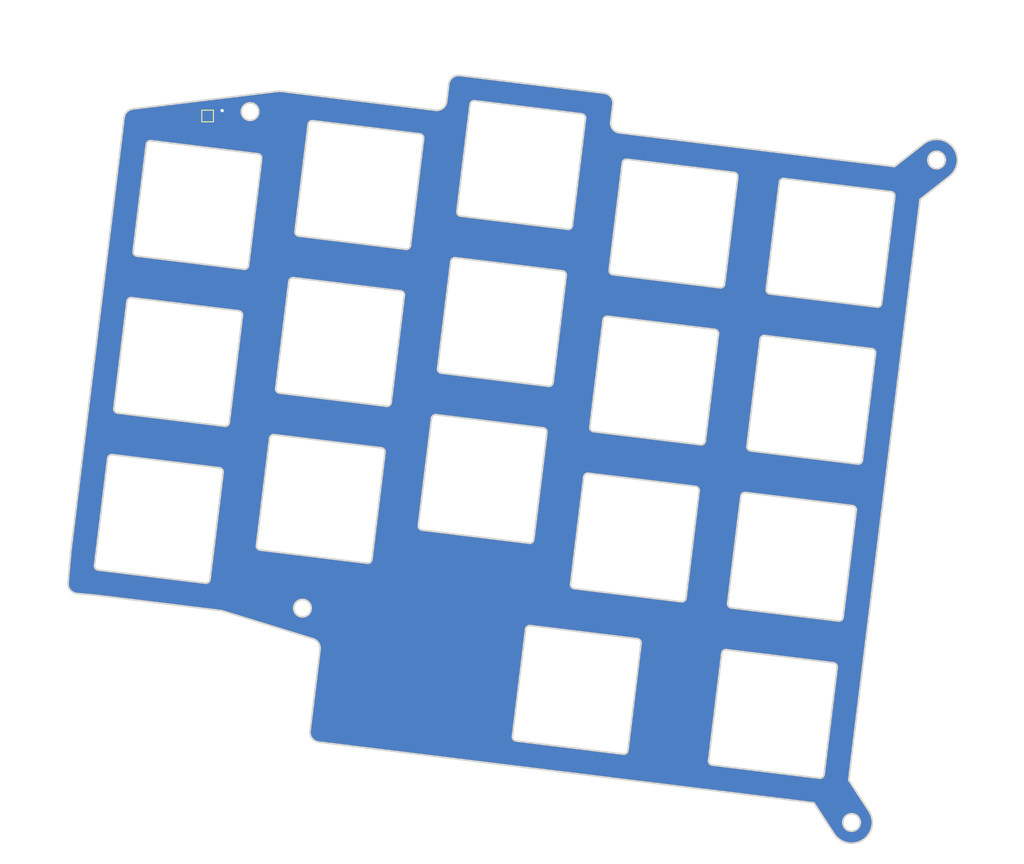
<source format=kicad_pcb>
(kicad_pcb (version 20221018) (generator pcbnew)
  (layers (0 "F.Cu" signal) (31 "B.Cu" signal) (34 "B.Paste" user) (35 "F.Paste" user) (36 "B.SilkS" user "B.Silkscreen") (37 "F.SilkS" user "F.Silkscreen") (38 "B.Mask" user) (39 "F.Mask" user) (44 "Edge.Cuts" user))
  (net 0 "")
  (net 1 "GND")
  (footprint "TestPoint:TestPoint_Pad_1.0x1.0mm" (layer "F.Cu") (at 107.5 55.37 180)
    (fp_text reference "J1" hide)
    (fp_text value "Conn_01x01_Female")
    (fp_line (start -0.7 -0.7) (end 0.7 -0.7) (stroke (width 0.12)) (layer "F.SilkS"))
    (fp_line (start -0.7 0.7) (end -0.7 -0.7) (stroke (width 0.12)) (layer "F.SilkS"))
    (fp_line (start 0.7 -0.7) (end 0.7 0.7) (stroke (width 0.12)) (layer "F.SilkS"))
    (fp_line (start 0.7 0.7) (end -0.7 0.7) (stroke (width 0.12)) (layer "F.SilkS"))
    (pad "1" smd rect (at 0 0 180) (size 1 1) (layers "F.Cu" "F.Mask") (net 1 "GND"))
  )
  (gr_arc (start 136.275865 53.63571) (mid 135.823604 54.435079) (end 134.938567 54.680522) (stroke (width 0.2)) (layer "Edge.Cuts"))
  (gr_line (start 188.086036 78.385463) (end 175.182936 76.801162) (stroke (width 0.2)) (layer "Edge.Cuts"))
  (gr_arc (start 133.068194 57.524984) (mid 133.401265 57.713427) (end 133.503532 58.082192) (stroke (width 0.2)) (layer "Edge.Cuts"))
  (gr_line (start 135.190381 85.781735) (end 136.774682 72.878635) (stroke (width 0.2)) (layer "Edge.Cuts"))
  (gr_arc (start 136.533314 51.538957) (mid 136.985576 50.739587) (end 137.870613 50.494144) (stroke (width 0.2)) (layer "Edge.Cuts"))
  (gr_arc (start 111.258176 78.838378) (mid 111.591247 79.026821) (end 111.693514 79.395586) (stroke (width 0.2)) (layer "Edge.Cuts"))
  (gr_arc (start 120.877803 130.784211) (mid 120.078434 130.33195) (end 119.832991 129.446913) (stroke (width 0.2)) (layer "Edge.Cuts"))
  (gr_circle (center 112.613745 54.844281) (end 111.563745 54.844281) (stroke (width 0.2)) (fill none) (layer "Edge.Cuts"))
  (gr_line (start 157.536172 132.232745) (end 144.633072 130.648443) (stroke (width 0.2)) (layer "Edge.Cuts"))
  (gr_arc (start 150.23499 74.027598) (mid 150.568061 74.216041) (end 150.670328 74.584806) (stroke (width 0.2)) (layer "Edge.Cuts"))
  (gr_arc (start 119.607886 56.376021) (mid 119.796329 56.04295) (end 120.165094 55.940683) (stroke (width 0.2)) (layer "Edge.Cuts"))
  (gr_arc (start 96.648905 91.149723) (mid 96.315834 90.96128) (end 96.213567 90.592515) (stroke (width 0.2)) (layer "Edge.Cuts"))
  (gr_line (start 168.99793 81.633418) (end 167.413628 94.536518) (stroke (width 0.2)) (layer "Edge.Cuts"))
  (gr_arc (start 116.137312 88.744333) (mid 115.804241 88.55589) (end 115.701974 88.187125) (stroke (width 0.2)) (layer "Edge.Cuts"))
  (gr_arc (start 151.407638 68.579902) (mid 151.219195 68.912973) (end 150.85043 69.01524) (stroke (width 0.2)) (layer "Edge.Cuts"))
  (gr_arc (start 131.919231 70.985292) (mid 131.730788 71.318363) (end 131.362023 71.42063) (stroke (width 0.2)) (layer "Edge.Cuts"))
  (gr_line (start 114.015125 60.487582) (end 112.430824 73.390682) (stroke (width 0.2)) (layer "Edge.Cuts"))
  (gr_line (start 117.286275 75.284025) (end 115.701974 88.187125) (stroke (width 0.2)) (layer "Edge.Cuts"))
  (gr_line (start 191.767427 60.232417) (end 193.712704 58.707398) (stroke (width 0.2)) (layer "Edge.Cuts"))
  (gr_arc (start 181.705646 134.696171) (mid 181.517204 135.029242) (end 181.148439 135.13151) (stroke (width 0.2)) (layer "Edge.Cuts"))
  (gr_line (start 181.148439 135.13151) (end 168.245339 133.547208) (stroke (width 0.2)) (layer "Edge.Cuts"))
  (gr_arc (start 193.712704 58.707399) (mid 197.222594 59.132451) (end 196.797542 62.642341) (stroke (width 0.2)) (layer "Edge.Cuts"))
  (gr_line (start 187.905934 83.955029) (end 186.321632 96.858129) (stroke (width 0.2)) (layer "Edge.Cuts"))
  (gr_line (start 156.284983 53.964156) (end 156.027534 56.06091) (stroke (width 0.2)) (layer "Edge.Cuts"))
  (gr_arc (start 108.936564 97.746383) (mid 109.269635 97.934825) (end 109.371903 98.30359) (stroke (width 0.2)) (layer "Edge.Cuts"))
  (gr_line (start 167.81 132.99) (end 169.394302 120.0869) (stroke (width 0.2)) (layer "Edge.Cuts"))
  (gr_arc (start 114.964664 94.192029) (mid 115.153107 93.858958) (end 115.521872 93.756691) (stroke (width 0.2)) (layer "Edge.Cuts"))
  (gr_line (start 147.913379 92.935602) (end 135.010279 91.351301) (stroke (width 0.2)) (layer "Edge.Cuts"))
  (gr_arc (start 133.304108 105.246947) (mid 132.971037 105.058504) (end 132.86877 104.689739) (stroke (width 0.2)) (layer "Edge.Cuts"))
  (gr_arc (start 170.884203 62.168206) (mid 171.217274 62.356649) (end 171.319541 62.725414) (stroke (width 0.2)) (layer "Edge.Cuts"))
  (gr_circle (center 185.018849 140.467357) (end 183.968849 140.467357) (stroke (width 0.2)) (fill none) (layer "Edge.Cuts"))
  (gr_arc (start 187.470596 83.397821) (mid 187.803667 83.586264) (end 187.905934 83.955029) (stroke (width 0.2)) (layer "Edge.Cuts"))
  (gr_line (start 133.304108 105.246947) (end 146.207208 106.831249) (stroke (width 0.2)) (layer "Edge.Cuts"))
  (gr_line (start 176.889106 62.905516) (end 189.792206 64.489817) (stroke (width 0.2)) (layer "Edge.Cuts"))
  (gr_arc (start 97.797868 77.689415) (mid 97.986311 77.356344) (end 98.355076 77.254077) (stroke (width 0.2)) (layer "Edge.Cuts"))
  (gr_arc (start 152.556601 55.119594) (mid 152.889672 55.308037) (end 152.991939 55.676802) (stroke (width 0.2)) (layer "Edge.Cuts"))
  (gr_line (start 93.965445 113.084993) (end 91.792586 112.894038) (stroke (width 0.2)) (layer "Edge.Cuts"))
  (gr_line (start 98.355076 77.254077) (end 111.258176 78.838378) (stroke (width 0.2)) (layer "Edge.Cuts"))
  (gr_line (start 148.528819 87.923244) (end 135.625719 86.338943) (stroke (width 0.2)) (layer "Edge.Cuts"))
  (gr_arc (start 176.331899 63.340855) (mid 176.520341 63.007784) (end 176.889106 62.905516) (stroke (width 0.2)) (layer "Edge.Cuts"))
  (gr_line (start 91.03043 107.859214) (end 97.45124 55.565909) (stroke (width 0.2)) (layer "Edge.Cuts"))
  (gr_line (start 146.764416 106.39591) (end 148.348717 93.49281) (stroke (width 0.2)) (layer "Edge.Cuts"))
  (gr_arc (start 167.413628 94.536518) (mid 167.225185 94.869589) (end 166.85642 94.971856) (stroke (width 0.2)) (layer "Edge.Cuts"))
  (gr_arc (start 170.539713 114.61717) (mid 170.206642 114.428727) (end 170.104375 114.059962) (stroke (width 0.2)) (layer "Edge.Cuts"))
  (gr_arc (start 112.430824 73.390682) (mid 112.242381 73.723753) (end 111.873616 73.82602) (stroke (width 0.2)) (layer "Edge.Cuts"))
  (gr_line (start 169.178031 76.063852) (end 156.274931 74.479551) (stroke (width 0.2)) (layer "Edge.Cuts"))
  (gr_circle (center 195.255123 60.67487) (end 194.205123 60.67487) (stroke (width 0.2)) (fill none) (layer "Edge.Cuts"))
  (gr_arc (start 186.321632 96.858128) (mid 186.13319 97.191199) (end 185.764425 97.293467) (stroke (width 0.2)) (layer "Edge.Cuts"))
  (gr_arc (start 166.24098 99.984215) (mid 166.574051 100.172657) (end 166.676319 100.541422) (stroke (width 0.2)) (layer "Edge.Cuts"))
  (gr_line (start 151.631709 112.295559) (end 164.534809 113.879861) (stroke (width 0.2)) (layer "Edge.Cuts"))
  (gr_arc (start 185.148984 102.305826) (mid 185.482055 102.494268) (end 185.584323 102.863033) (stroke (width 0.2)) (layer "Edge.Cuts"))
  (gr_arc (start 153.95332 93.387555) (mid 153.620249 93.199112) (end 153.517982 92.830347) (stroke (width 0.2)) (layer "Edge.Cuts"))
  (gr_line (start 196.797542 62.642341) (end 193.26558 65.411258) (stroke (width 0.2)) (layer "Edge.Cuts"))
  (gr_arc (start 136.774682 72.878635) (mid 136.963125 72.545564) (end 137.33189 72.443297) (stroke (width 0.2)) (layer "Edge.Cuts"))
  (gr_arc (start 127.276009 108.801301) (mid 127.087566 109.134372) (end 126.718801 109.236639) (stroke (width 0.2)) (layer "Edge.Cuts"))
  (gr_line (start 172.425986 95.151958) (end 174.010288 82.248858) (stroke (width 0.2)) (layer "Edge.Cuts"))
  (gr_line (start 166.24098 99.984214) (end 153.33788 98.399913) (stroke (width 0.2)) (layer "Edge.Cuts"))
  (gr_arc (start 157.072346 57.398208) (mid 156.272977 56.945947) (end 156.027534 56.06091) (stroke (width 0.2)) (layer "Edge.Cuts"))
  (gr_line (start 111.873616 73.82602) (end 98.970516 72.241719) (stroke (width 0.2)) (layer "Edge.Cuts"))
  (gr_arc (start 174.010288 82.248859) (mid 174.19873 81.915788) (end 174.567495 81.81352) (stroke (width 0.2)) (layer "Edge.Cuts"))
  (gr_line (start 111.693514 79.395586) (end 110.109213 92.298686) (stroke (width 0.2)) (layer "Edge.Cuts"))
  (gr_arc (start 130.746583 76.432988) (mid 131.079654 76.621431) (end 131.181921 76.990196) (stroke (width 0.2)) (layer "Edge.Cuts"))
  (gr_arc (start 168.245338 133.547208) (mid 167.912267 133.358765) (end 167.81 132.99) (stroke (width 0.2)) (layer "Edge.Cuts"))
  (gr_arc (start 113.579787 59.930374) (mid 113.912858 60.118817) (end 114.015125 60.487582) (stroke (width 0.2)) (layer "Edge.Cuts"))
  (gr_line (start 134.453071 91.786639) (end 132.86877 104.689739) (stroke (width 0.2)) (layer "Edge.Cuts"))
  (gr_arc (start 116.007592 52.391663) (mid 116.153146 52.382888) (end 116.29869 52.391833) (stroke (width 0.2)) (layer "Edge.Cuts"))
  (gr_arc (start 165.092017 113.444523) (mid 164.903574 113.777594) (end 164.534809 113.879861) (stroke (width 0.2)) (layer "Edge.Cuts"))
  (gr_line (start 116.29869 52.391833) (end 134.938567 54.680522) (stroke (width 0.2)) (layer "Edge.Cuts"))
  (gr_line (start 144.197733 130.091235) (end 145.782035 117.188135) (stroke (width 0.2)) (layer "Edge.Cuts"))
  (gr_line (start 165.092017 113.444522) (end 166.676319 100.541422) (stroke (width 0.2)) (layer "Edge.Cuts"))
  (gr_line (start 172.245884 100.721524) (end 185.148984 102.305825) (stroke (width 0.2)) (layer "Edge.Cuts"))
  (gr_arc (start 117.286275 75.284025) (mid 117.474718 74.950954) (end 117.843483 74.848687) (stroke (width 0.2)) (layer "Edge.Cuts"))
  (gr_line (start 171.319541 62.725414) (end 169.735239 75.628514) (stroke (width 0.2)) (layer "Edge.Cuts"))
  (gr_arc (start 147.913378 92.935603) (mid 148.246449 93.124045) (end 148.348717 93.49281) (stroke (width 0.2)) (layer "Edge.Cuts"))
  (gr_line (start 157.981102 60.583905) (end 170.884202 62.168206) (stroke (width 0.2)) (layer "Edge.Cuts"))
  (gr_arc (start 187.113264 139.102283) (mid 186.383923 142.561772) (end 182.924434 141.832431) (stroke (width 0.2)) (layer "Edge.Cuts"))
  (gr_arc (start 134.453071 91.786639) (mid 134.641514 91.453568) (end 135.010279 91.351301) (stroke (width 0.2)) (layer "Edge.Cuts"))
  (gr_line (start 170.104375 114.059962) (end 171.688677 101.156862) (stroke (width 0.2)) (layer "Edge.Cuts"))
  (gr_arc (start 172.861324 95.709166) (mid 172.528253 95.520723) (end 172.425986 95.151958) (stroke (width 0.2)) (layer "Edge.Cuts"))
  (gr_line (start 166.85642 94.971856) (end 153.95332 93.387555) (stroke (width 0.2)) (layer "Edge.Cuts"))
  (gr_arc (start 169.735239 75.628514) (mid 169.546796 75.961585) (end 169.178031 76.063852) (stroke (width 0.2)) (layer "Edge.Cuts"))
  (gr_line (start 109.201028 114.955687) (end 93.965445 113.084993) (stroke (width 0.2)) (layer "Edge.Cuts"))
  (gr_line (start 157.072346 57.398209) (end 190.190324 61.464585) (stroke (width 0.2)) (layer "Edge.Cuts"))
  (gr_line (start 128.86031 95.8982) (end 127.276009 108.8013) (stroke (width 0.2)) (layer "Edge.Cuts"))
  (gr_arc (start 137.94733 67.430939) (mid 137.614259 67.242496) (end 137.511992 66.873731) (stroke (width 0.2)) (layer "Edge.Cuts"))
  (gr_line (start 182.924434 141.832431) (end 180.494506 138.104222) (stroke (width 0.2)) (layer "Edge.Cuts"))
  (gr_line (start 137.33189 72.443297) (end 150.23499 74.027598) (stroke (width 0.2)) (layer "Edge.Cuts"))
  (gr_arc (start 107.787602 111.206691) (mid 107.599159 111.539762) (end 107.230394 111.642029) (stroke (width 0.2)) (layer "Edge.Cuts"))
  (gr_line (start 180.494506 138.104222) (end 120.877803 130.784212) (stroke (width 0.2)) (layer "Edge.Cuts"))
  (gr_line (start 185.76359 137.031496) (end 187.113264 139.102284) (stroke (width 0.2)) (layer "Edge.Cuts"))
  (gr_circle (center 118.921951 114.651829) (end 117.871951 114.651829) (stroke (width 0.2)) (fill none) (layer "Edge.Cuts"))
  (gr_line (start 153.517982 92.830347) (end 155.102283 79.927247) (stroke (width 0.2)) (layer "Edge.Cuts"))
  (gr_arc (start 135.625719 86.338943) (mid 135.292648 86.1505) (end 135.190381 85.781735) (stroke (width 0.2)) (layer "Edge.Cuts"))
  (gr_line (start 150.670328 74.584806) (end 149.086027 87.487906) (stroke (width 0.2)) (layer "Edge.Cuts"))
  (gr_arc (start 158.093379 131.797406) (mid 157.904945 132.130497) (end 157.536172 132.232745) (stroke (width 0.2)) (layer "Edge.Cuts"))
  (gr_line (start 120.165094 55.940683) (end 133.068194 57.524984) (stroke (width 0.2)) (layer "Edge.Cuts"))
  (gr_arc (start 152.780673 98.835252) (mid 152.969115 98.502181) (end 153.33788 98.399913) (stroke (width 0.2)) (layer "Edge.Cuts"))
  (gr_arc (start 91.792585 112.894039) (mid 90.978084 112.469632) (end 90.702246 111.593592) (stroke (width 0.2)) (layer "Edge.Cuts"))
  (gr_line (start 120.199719 118.344364) (end 109.201028 114.955687) (stroke (width 0.2)) (layer "Edge.Cuts"))
  (gr_arc (start 120.199719 118.344364) (mid 120.853502 118.83869) (end 121.037446 119.637411) (stroke (width 0.2)) (layer "Edge.Cuts"))
  (gr_line (start 152.780672 98.835251) (end 151.196371 111.738351) (stroke (width 0.2)) (layer "Edge.Cuts"))
  (gr_line (start 183.289948 121.793071) (end 181.705646 134.696171) (stroke (width 0.2)) (layer "Edge.Cuts"))
  (gr_arc (start 145.782035 117.188136) (mid 145.970477 116.855064) (end 146.339242 116.752797) (stroke (width 0.2)) (layer "Edge.Cuts"))
  (gr_line (start 169.951509 119.651562) (end 182.854609 121.235863) (stroke (width 0.2)) (layer "Edge.Cuts"))
  (gr_line (start 139.096293 53.970631) (end 137.511992 66.873731) (stroke (width 0.2)) (layer "Edge.Cuts"))
  (gr_line (start 174.567495 81.81352) (end 187.470595 83.397821) (stroke (width 0.2)) (layer "Edge.Cuts"))
  (gr_line (start 100.676687 58.346073) (end 113.579787 59.930374) (stroke (width 0.2)) (layer "Edge.Cuts"))
  (gr_line (start 115.521872 93.756691) (end 128.424972 95.340992) (stroke (width 0.2)) (layer "Edge.Cuts"))
  (gr_line (start 137.870613 50.494144) (end 155.24017 52.626858) (stroke (width 0.2)) (layer "Edge.Cuts"))
  (gr_arc (start 168.562592 81.07621) (mid 168.895663 81.264653) (end 168.99793 81.633418) (stroke (width 0.2)) (layer "Edge.Cuts"))
  (gr_arc (start 139.096293 53.970631) (mid 139.284736 53.63756) (end 139.653501 53.535293) (stroke (width 0.2)) (layer "Edge.Cuts"))
  (gr_arc (start 146.764417 106.39591) (mid 146.575974 106.728981) (end 146.207208 106.831249) (stroke (width 0.2)) (layer "Edge.Cuts"))
  (gr_arc (start 95.476257 96.597419) (mid 95.6647 96.264348) (end 96.033465 96.162081) (stroke (width 0.2)) (layer "Edge.Cuts"))
  (gr_line (start 190.190324 61.464585) (end 191.767427 60.232417) (stroke (width 0.2)) (layer "Edge.Cuts"))
  (gr_line (start 193.26558 65.411258) (end 184.677137 135.358506) (stroke (width 0.2)) (layer "Edge.Cuts"))
  (gr_arc (start 110.109213 92.298686) (mid 109.92077 92.631757) (end 109.552005 92.734024) (stroke (width 0.2)) (layer "Edge.Cuts"))
  (gr_line (start 96.033465 96.162081) (end 108.936565 97.746383) (stroke (width 0.2)) (layer "Edge.Cuts"))
  (gr_line (start 184.677137 135.358506) (end 185.76359 137.031496) (stroke (width 0.2)) (layer "Edge.Cuts"))
  (gr_line (start 185.764425 97.293467) (end 172.861325 95.709166) (stroke (width 0.2)) (layer "Edge.Cuts"))
  (gr_line (start 98.535178 71.684511) (end 100.119479 58.781411) (stroke (width 0.2)) (layer "Edge.Cuts"))
  (gr_line (start 159.677681 118.894306) (end 158.093379 131.797406) (stroke (width 0.2)) (layer "Edge.Cuts"))
  (gr_line (start 152.556601 55.119594) (end 139.653501 53.535293) (stroke (width 0.2)) (layer "Edge.Cuts"))
  (gr_arc (start 100.119479 58.781411) (mid 100.307922 58.44834) (end 100.676687 58.346073) (stroke (width 0.2)) (layer "Edge.Cuts"))
  (gr_arc (start 151.631709 112.295559) (mid 151.298638 112.107116) (end 151.196371 111.738351) (stroke (width 0.2)) (layer "Edge.Cuts"))
  (gr_line (start 146.339242 116.752797) (end 159.242342 118.337098) (stroke (width 0.2)) (layer "Edge.Cuts"))
  (gr_line (start 174.747597 76.243954) (end 176.331899 63.340854) (stroke (width 0.2)) (layer "Edge.Cuts"))
  (gr_line (start 118.023585 69.279121) (end 119.607886 56.376021) (stroke (width 0.2)) (layer "Edge.Cuts"))
  (gr_line (start 107.230394 111.642029) (end 94.327294 110.057727) (stroke (width 0.2)) (layer "Edge.Cuts"))
  (gr_line (start 155.659491 79.491909) (end 168.562591 81.07621) (stroke (width 0.2)) (layer "Edge.Cuts"))
  (gr_arc (start 128.424971 95.340993) (mid 128.758042 95.529435) (end 128.86031 95.8982) (stroke (width 0.2)) (layer "Edge.Cuts"))
  (gr_line (start 151.407638 68.579902) (end 152.991939 55.676802) (stroke (width 0.2)) (layer "Edge.Cuts"))
  (gr_line (start 133.503532 58.082192) (end 131.919231 70.985292) (stroke (width 0.2)) (layer "Edge.Cuts"))
  (gr_line (start 137.94733 67.430939) (end 150.85043 69.01524) (stroke (width 0.2)) (layer "Edge.Cuts"))
  (gr_arc (start 97.451241 55.565909) (mid 97.794263 54.86313) (end 98.497441 54.520927) (stroke (width 0.2)) (layer "Edge.Cuts"))
  (gr_line (start 90.702246 111.593592) (end 91.03043 107.859214) (stroke (width 0.2)) (layer "Edge.Cuts"))
  (gr_line (start 185.584323 102.863033) (end 184.000021 115.766133) (stroke (width 0.2)) (layer "Edge.Cuts"))
  (gr_line (start 136.275865 53.63571) (end 136.533314 51.538956) (stroke (width 0.2)) (layer "Edge.Cuts"))
  (gr_line (start 116.137312 88.744333) (end 129.040412 90.328634) (stroke (width 0.2)) (layer "Edge.Cuts"))
  (gr_arc (start 188.643243 77.950124) (mid 188.454801 78.283195) (end 188.086036 78.385463) (stroke (width 0.2)) (layer "Edge.Cuts"))
  (gr_line (start 98.497441 54.520927) (end 116.007591 52.391664) (stroke (width 0.2)) (layer "Edge.Cuts"))
  (gr_line (start 155.839593 73.922343) (end 157.423894 61.019243) (stroke (width 0.2)) (layer "Edge.Cuts"))
  (gr_arc (start 94.327294 110.057727) (mid 93.994223 109.869284) (end 93.891956 109.500519) (stroke (width 0.2)) (layer "Edge.Cuts"))
  (gr_arc (start 155.24017 52.626857) (mid 156.03954 53.079119) (end 156.284983 53.964156) (stroke (width 0.2)) (layer "Edge.Cuts"))
  (gr_line (start 119.832991 129.446913) (end 121.037446 119.637411) (stroke (width 0.2)) (layer "Edge.Cuts"))
  (gr_line (start 190.227545 65.047025) (end 188.643243 77.950125) (stroke (width 0.2)) (layer "Edge.Cuts"))
  (gr_line (start 109.371903 98.30359) (end 107.787602 111.20669) (stroke (width 0.2)) (layer "Edge.Cuts"))
  (gr_arc (start 118.458923 69.836329) (mid 118.125852 69.647886) (end 118.023585 69.279121) (stroke (width 0.2)) (layer "Edge.Cuts"))
  (gr_line (start 113.380363 107.095129) (end 114.964664 94.192029) (stroke (width 0.2)) (layer "Edge.Cuts"))
  (gr_arc (start 175.182935 76.801162) (mid 174.849864 76.612719) (end 174.747597 76.243954) (stroke (width 0.2)) (layer "Edge.Cuts"))
  (gr_arc (start 144.633071 130.648443) (mid 144.3 130.46) (end 144.197733 130.091235) (stroke (width 0.2)) (layer "Edge.Cuts"))
  (gr_arc (start 189.792207 64.489817) (mid 190.125278 64.67826) (end 190.227545 65.047025) (stroke (width 0.2)) (layer "Edge.Cuts"))
  (gr_arc (start 157.423895 61.019244) (mid 157.612337 60.686173) (end 157.981102 60.583905) (stroke (width 0.2)) (layer "Edge.Cuts"))
  (gr_arc (start 149.086027 87.487906) (mid 148.897584 87.820977) (end 148.528819 87.923244) (stroke (width 0.2)) (layer "Edge.Cuts"))
  (gr_line (start 126.718801 109.236639) (end 113.815701 107.652337) (stroke (width 0.2)) (layer "Edge.Cuts"))
  (gr_line (start 93.891956 109.500519) (end 95.476257 96.597419) (stroke (width 0.2)) (layer "Edge.Cuts"))
  (gr_arc (start 159.242342 118.337099) (mid 159.57542 118.525542) (end 159.677681 118.894306) (stroke (width 0.2)) (layer "Edge.Cuts"))
  (gr_line (start 96.213567 90.592515) (end 97.797868 77.689415) (stroke (width 0.2)) (layer "Edge.Cuts"))
  (gr_line (start 130.746583 76.432988) (end 117.843483 74.848687) (stroke (width 0.2)) (layer "Edge.Cuts"))
  (gr_arc (start 155.102284 79.927248) (mid 155.290726 79.594177) (end 155.659491 79.491909) (stroke (width 0.2)) (layer "Edge.Cuts"))
  (gr_arc (start 171.688677 101.156863) (mid 171.877119 100.823792) (end 172.245884 100.721524) (stroke (width 0.2)) (layer "Edge.Cuts"))
  (gr_line (start 129.59762 89.893296) (end 131.181921 76.990196) (stroke (width 0.2)) (layer "Edge.Cuts"))
  (gr_arc (start 113.815701 107.652337) (mid 113.48263 107.463894) (end 113.380363 107.095129) (stroke (width 0.2)) (layer "Edge.Cuts"))
  (gr_arc (start 169.394302 120.086901) (mid 169.582744 119.75383) (end 169.951509 119.651562) (stroke (width 0.2)) (layer "Edge.Cuts"))
  (gr_arc (start 182.854609 121.235864) (mid 183.187684 121.424305) (end 183.289948 121.793071) (stroke (width 0.2)) (layer "Edge.Cuts"))
  (gr_line (start 183.442814 116.201472) (end 170.539714 114.61717) (stroke (width 0.2)) (layer "Edge.Cuts"))
  (gr_arc (start 98.970516 72.241719) (mid 98.637445 72.053276) (end 98.535178 71.684511) (stroke (width 0.2)) (layer "Edge.Cuts"))
  (gr_arc (start 184.000021 115.766133) (mid 183.811579 116.099204) (end 183.442814 116.201472) (stroke (width 0.2)) (layer "Edge.Cuts"))
  (gr_line (start 109.552005 92.734024) (end 96.648905 91.149723) (stroke (width 0.2)) (layer "Edge.Cuts"))
  (gr_line (start 131.362023 71.42063) (end 118.458923 69.836329) (stroke (width 0.2)) (layer "Edge.Cuts"))
  (gr_arc (start 129.59762 89.893296) (mid 129.409177 90.226367) (end 129.040412 90.328634) (stroke (width 0.2)) (layer "Edge.Cuts"))
  (gr_arc (start 156.274931 74.479551) (mid 155.94186 74.291108) (end 155.839593 73.922343) (stroke (width 0.2)) (layer "Edge.Cuts"))
  (via (at 109.25 54.72) (size 0.8) (drill 0.4) (layers "F.Cu" "B.Cu") (net 1))
  (zone (net 1) (net_name "GND") (layers "F&B.Cu") (connect_pads yes (clearance 0.508)) (min_thickness 0.254) (fill yes (thermal_gap 0.508) (thermal_bridge_width 0.508))
    (polygon (pts (xy 191.45 145.47) (xy 82.51 124.61) (xy 93.81 41.4) (xy 205.8 51.06)))
  )
)
</source>
